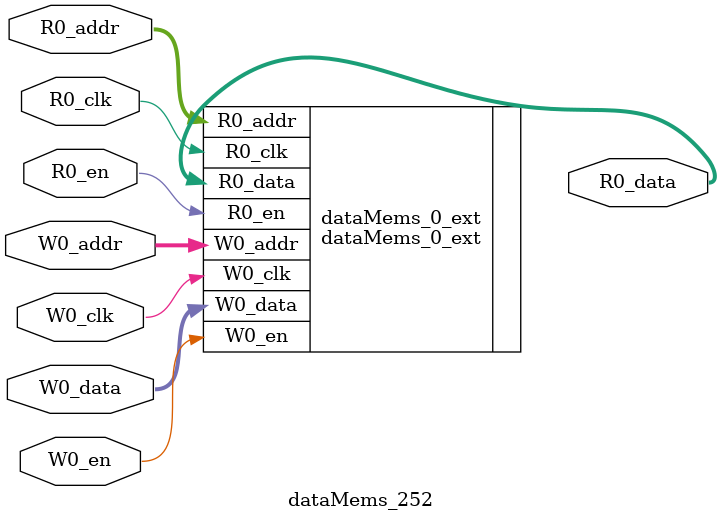
<source format=sv>
`ifndef RANDOMIZE
  `ifdef RANDOMIZE_REG_INIT
    `define RANDOMIZE
  `endif // RANDOMIZE_REG_INIT
`endif // not def RANDOMIZE
`ifndef RANDOMIZE
  `ifdef RANDOMIZE_MEM_INIT
    `define RANDOMIZE
  `endif // RANDOMIZE_MEM_INIT
`endif // not def RANDOMIZE

`ifndef RANDOM
  `define RANDOM $random
`endif // not def RANDOM

// Users can define 'PRINTF_COND' to add an extra gate to prints.
`ifndef PRINTF_COND_
  `ifdef PRINTF_COND
    `define PRINTF_COND_ (`PRINTF_COND)
  `else  // PRINTF_COND
    `define PRINTF_COND_ 1
  `endif // PRINTF_COND
`endif // not def PRINTF_COND_

// Users can define 'ASSERT_VERBOSE_COND' to add an extra gate to assert error printing.
`ifndef ASSERT_VERBOSE_COND_
  `ifdef ASSERT_VERBOSE_COND
    `define ASSERT_VERBOSE_COND_ (`ASSERT_VERBOSE_COND)
  `else  // ASSERT_VERBOSE_COND
    `define ASSERT_VERBOSE_COND_ 1
  `endif // ASSERT_VERBOSE_COND
`endif // not def ASSERT_VERBOSE_COND_

// Users can define 'STOP_COND' to add an extra gate to stop conditions.
`ifndef STOP_COND_
  `ifdef STOP_COND
    `define STOP_COND_ (`STOP_COND)
  `else  // STOP_COND
    `define STOP_COND_ 1
  `endif // STOP_COND
`endif // not def STOP_COND_

// Users can define INIT_RANDOM as general code that gets injected into the
// initializer block for modules with registers.
`ifndef INIT_RANDOM
  `define INIT_RANDOM
`endif // not def INIT_RANDOM

// If using random initialization, you can also define RANDOMIZE_DELAY to
// customize the delay used, otherwise 0.002 is used.
`ifndef RANDOMIZE_DELAY
  `define RANDOMIZE_DELAY 0.002
`endif // not def RANDOMIZE_DELAY

// Define INIT_RANDOM_PROLOG_ for use in our modules below.
`ifndef INIT_RANDOM_PROLOG_
  `ifdef RANDOMIZE
    `ifdef VERILATOR
      `define INIT_RANDOM_PROLOG_ `INIT_RANDOM
    `else  // VERILATOR
      `define INIT_RANDOM_PROLOG_ `INIT_RANDOM #`RANDOMIZE_DELAY begin end
    `endif // VERILATOR
  `else  // RANDOMIZE
    `define INIT_RANDOM_PROLOG_
  `endif // RANDOMIZE
`endif // not def INIT_RANDOM_PROLOG_

// Include register initializers in init blocks unless synthesis is set
`ifndef SYNTHESIS
  `ifndef ENABLE_INITIAL_REG_
    `define ENABLE_INITIAL_REG_
  `endif // not def ENABLE_INITIAL_REG_
`endif // not def SYNTHESIS

// Include rmemory initializers in init blocks unless synthesis is set
`ifndef SYNTHESIS
  `ifndef ENABLE_INITIAL_MEM_
    `define ENABLE_INITIAL_MEM_
  `endif // not def ENABLE_INITIAL_MEM_
`endif // not def SYNTHESIS

module dataMems_252(	// @[generators/ara/src/main/scala/UnsafeAXI4ToTL.scala:365:62]
  input  [4:0]   R0_addr,
  input          R0_en,
  input          R0_clk,
  output [130:0] R0_data,
  input  [4:0]   W0_addr,
  input          W0_en,
  input          W0_clk,
  input  [130:0] W0_data
);

  dataMems_0_ext dataMems_0_ext (	// @[generators/ara/src/main/scala/UnsafeAXI4ToTL.scala:365:62]
    .R0_addr (R0_addr),
    .R0_en   (R0_en),
    .R0_clk  (R0_clk),
    .R0_data (R0_data),
    .W0_addr (W0_addr),
    .W0_en   (W0_en),
    .W0_clk  (W0_clk),
    .W0_data (W0_data)
  );
endmodule


</source>
